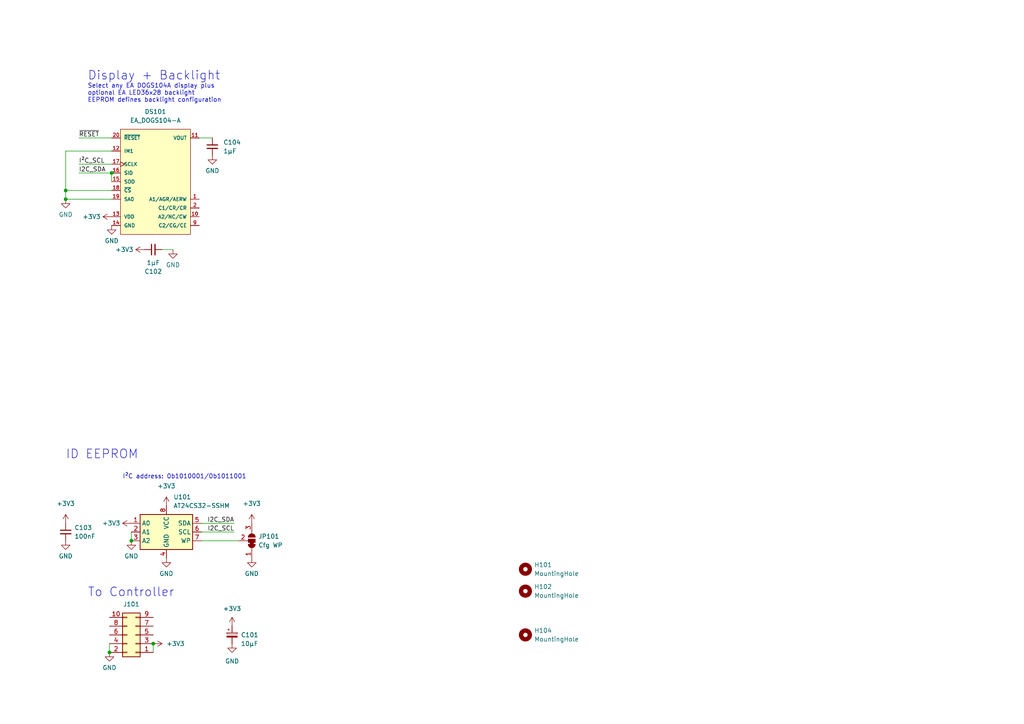
<source format=kicad_sch>
(kicad_sch (version 20211123) (generator eeschema)
  (paper "A4")
  (title_block (title "Programmable Load Bonus Display") (date "2022-04-25") (rev "1"))
  (lib_symbols
    (symbol "Connector_Generic:Conn_02x05_Odd_Even" (pin_names (offset 1.016) hide)
      (property "Reference" "J" (at 1.27 7.62 0))
      (property "Value" "Conn_02x05_Odd_Even" (at 1.27 -7.62 0))
      (symbol "Conn_02x05_Odd_Even_1_1"
        (rectangle (start -1.27 -4.953) (end 0 -5.207) (stroke (width 0.1524)))
        (rectangle (start -1.27 -2.413) (end 0 -2.667) (stroke (width 0.1524)))
        (rectangle (start -1.27 0.127) (end 0 -0.127) (stroke (width 0.1524)))
        (rectangle (start -1.27 2.667) (end 0 2.413) (stroke (width 0.1524)))
        (rectangle (start -1.27 5.207) (end 0 4.953) (stroke (width 0.1524)))
        (rectangle (start -1.27 6.35) (end 3.81 -6.35) (stroke (width 0.254)) (fill (type background)))
        (rectangle (start 3.81 -4.953) (end 2.54 -5.207) (stroke (width 0.1524)))
        (rectangle (start 3.81 -2.413) (end 2.54 -2.667) (stroke (width 0.1524)))
        (rectangle (start 3.81 0.127) (end 2.54 -0.127) (stroke (width 0.1524)))
        (rectangle (start 3.81 2.667) (end 2.54 2.413) (stroke (width 0.1524)))
        (rectangle (start 3.81 5.207) (end 2.54 4.953) (stroke (width 0.1524)))
        (pin passive line (at -5.08 5.08 0) (length 3.81) (name "Pin_1") (number "1"))
        (pin passive line (at 7.62 -5.08 180) (length 3.81) (name "Pin_10") (number "10"))
        (pin passive line (at 7.62 5.08 180) (length 3.81) (name "Pin_2") (number "2"))
        (pin passive line (at -5.08 2.54 0) (length 3.81) (name "Pin_3") (number "3"))
        (pin passive line (at 7.62 2.54 180) (length 3.81) (name "Pin_4") (number "4"))
        (pin passive line (at -5.08 0 0) (length 3.81) (name "Pin_5") (number "5"))
        (pin passive line (at 7.62 0 180) (length 3.81) (name "Pin_6") (number "6"))
        (pin passive line (at -5.08 -2.54 0) (length 3.81) (name "Pin_7") (number "7"))
        (pin passive line (at 7.62 -2.54 180) (length 3.81) (name "Pin_8") (number "8"))
        (pin passive line (at -5.08 -5.08 0) (length 3.81) (name "Pin_9") (number "9"))
      )
    )
    (symbol "Device:C_Polarized_Small" (pin_numbers hide) (pin_names (offset 0.254) hide)
      (property "Reference" "C" (at 0.254 1.778 0))
      (property "Value" "C_Polarized_Small" (at 0.254 -2.032 0))
      (symbol "C_Polarized_Small_0_1"
        (rectangle (start -1.524 -0.3048) (end 1.524 -0.6858) (fill (type outline)))
        (rectangle (start -1.524 0.6858) (end 1.524 0.3048))
        (polyline (pts (xy -1.27 1.524) (xy -0.762 1.524)))
        (polyline (pts (xy -1.016 1.27) (xy -1.016 1.778)))
      )
      (symbol "C_Polarized_Small_1_1"
        (pin passive line (at 0 2.54 270) (length 1.8542) (name "~") (number "1"))
        (pin passive line (at 0 -2.54 90) (length 1.8542) (name "~") (number "2"))
      )
    )
    (symbol "Device:C_Small" (pin_numbers hide) (pin_names (offset 0.254) hide)
      (property "Reference" "C" (at 0.254 1.778 0))
      (property "Value" "C_Small" (at 0.254 -2.032 0))
      (symbol "C_Small_0_1"
        (polyline (pts (xy -1.524 -0.508) (xy 1.524 -0.508)) (stroke (width 0.3302)))
        (polyline (pts (xy -1.524 0.508) (xy 1.524 0.508)) (stroke (width 0.3048)))
      )
      (symbol "C_Small_1_1"
        (pin passive line (at 0 2.54 270) (length 2.032) (name "~") (number "1"))
        (pin passive line (at 0 -2.54 90) (length 2.032) (name "~") (number "2"))
      )
    )
    (symbol "Jumper:SolderJumper_3_Bridged12" (pin_names (offset 0) hide)
      (property "Reference" "JP" (at -2.54 -2.54 0))
      (property "Value" "SolderJumper_3_Bridged12" (at 0 2.794 0))
      (symbol "SolderJumper_3_Bridged12_0_1"
        (rectangle (start -1.016 0.508) (end -0.508 -0.508) (fill (type outline)))
        (arc (start -1.016 1.016) (mid -2.032 0) (end -1.016 -1.016))
        (arc (start -1.016 1.016) (mid -2.032 0) (end -1.016 -1.016) (fill (type outline)))
        (rectangle (start -0.508 1.016) (end 0.508 -1.016) (fill (type outline)))
        (polyline (pts (xy -2.54 0) (xy -2.032 0)))
        (polyline (pts (xy -1.016 1.016) (xy -1.016 -1.016)))
        (polyline (pts (xy 0 -1.27) (xy 0 -1.016)))
        (polyline (pts (xy 1.016 1.016) (xy 1.016 -1.016)))
        (polyline (pts (xy 2.54 0) (xy 2.032 0)))
        (arc (start 1.016 -1.016) (mid 2.032 0) (end 1.016 1.016))
        (arc (start 1.016 -1.016) (mid 2.032 0) (end 1.016 1.016) (fill (type outline)))
      )
      (symbol "SolderJumper_3_Bridged12_1_1"
        (pin passive line (at -5.08 0 0) (length 2.54) (name "A") (number "1"))
        (pin passive line (at 0 -3.81 90) (length 2.54) (name "C") (number "2"))
        (pin passive line (at 5.08 0 180) (length 2.54) (name "B") (number "3"))
      )
    )
    (symbol "Mechanical:MountingHole" (pin_names (offset 1.016))
      (property "Reference" "H" (at 0 5.08 0))
      (property "Value" "MountingHole" (at 0 3.175 0))
      (symbol "MountingHole_0_1"
        (circle (center 0 0) (radius 1.27) (stroke (width 1.27)))
      )
    )
    (symbol "Memory_EEPROM:AT24CS32-SSHM"
      (property "Reference" "U" (at -7.62 6.35 0))
      (property "Value" "AT24CS32-SSHM" (at 2.54 -6.35 0))
      (symbol "AT24CS32-SSHM_1_1"
        (rectangle (start -7.62 5.08) (end 7.62 -5.08) (stroke (width 0.254)) (fill (type background)))
        (pin input line (at -10.16 2.54 0) (length 2.54) (name "A0") (number "1"))
        (pin input line (at -10.16 0 0) (length 2.54) (name "A1") (number "2"))
        (pin input line (at -10.16 -2.54 0) (length 2.54) (name "A2") (number "3"))
        (pin power_in line (at 0 -7.62 90) (length 2.54) (name "GND") (number "4"))
        (pin bidirectional line (at 10.16 2.54 180) (length 2.54) (name "SDA") (number "5"))
        (pin input line (at 10.16 0 180) (length 2.54) (name "SCL") (number "6"))
        (pin input line (at 10.16 -2.54 180) (length 2.54) (name "WP") (number "7"))
        (pin power_in line (at 0 7.62 270) (length 2.54) (name "VCC") (number "8"))
      )
    )
    (symbol "power:+3V3" (power) (pin_names (offset 0))
      (property "Value" "+3V3" (at 0 3.556 0))
      (symbol "+3V3_0_1"
        (polyline (pts (xy -0.762 1.27) (xy 0 2.54)))
        (polyline (pts (xy 0 0) (xy 0 2.54)))
        (polyline (pts (xy 0 2.54) (xy 0.762 1.27)))
      )
      (symbol "+3V3_1_1"
        (pin power_in line (at 0 0 90) (length 0) hide (name "+3V3") (number "1"))
      )
    )
    (symbol "power:GND" (power) (pin_names (offset 0))
      (property "Value" "GND" (at 0 -3.81 0))
      (symbol "GND_0_1"
        (polyline (pts (xy 0 0) (xy 0 -1.27) (xy 1.27 -1.27) (xy 0 -2.54) (xy -1.27 -1.27) (xy 0 -1.27)))
      )
      (symbol "GND_1_1"
        (pin power_in line (at 0 0 270) (length 0) hide (name "GND") (number "1"))
      )
    )
    (symbol "programmable-load:EA_DOGS104-A" (pin_names (offset 1.016))
      (property "Reference" "DS" (at 0 5.08 0))
      (property "Value" "EA_DOGS104-A" (at 0 7.62 0))
      (symbol "EA_DOGS104-A_1_1"
        (rectangle (start 5.08 2.54) (end 25.4 -27.94) (fill (type background)))
        (pin passive line (at 27.94 -17.78 180) (length 2.54) (name "A1/AGR/AERW") (number "1"))
        (pin passive line (at 27.94 -22.86 180) (length 2.54) (name "A2/NC/CW") (number "10"))
        (pin power_in line (at 27.94 0 180) (length 2.54) (name "VOUT") (number "11"))
        (pin passive line (at 2.54 -3.81 0) (length 2.54) (name "IM1") (number "12"))
        (pin power_in line (at 2.54 -22.86 0) (length 2.54) (name "VDD") (number "13"))
        (pin power_in line (at 2.54 -25.4 0) (length 2.54) (name "GND") (number "14"))
        (pin output line (at 2.54 -12.7 0) (length 2.54) (name "SOD") (number "15"))
        (pin input line (at 2.54 -10.16 0) (length 2.54) (name "SID") (number "16"))
        (pin input clock (at 2.54 -7.62 0) (length 2.54) (name "SCLK") (number "17"))
        (pin input line (at 2.54 -15.24 0) (length 2.54) (name "~{CS}") (number "18"))
        (pin input line (at 2.54 -17.78 0) (length 2.54) (name "SA0") (number "19"))
        (pin passive line (at 27.94 -20.32 180) (length 2.54) (name "C1/CR/CR") (number "2"))
        (pin input line (at 2.54 0 0) (length 2.54) (name "~{RESET}") (number "20"))
        (pin passive line (at 27.94 -25.4 180) (length 2.54) (name "C2/CG/CE") (number "9"))
      )
    )
  )
  (junction (at 19.05 57.785))
  (junction (at 38.1 156.845))
  (junction (at 32.385 50.165))
  (junction (at 31.75 189.23))
  (junction (at 19.05 55.245))
  (junction (at 44.45 186.69))
  (wire (pts (xy 44.45 186.69) (xy 44.45 189.23)))
  (wire (pts (xy 38.1 154.305) (xy 38.1 156.845)))
  (wire (pts (xy 22.86 40.005) (xy 32.385 40.005)))
  (wire (pts (xy 58.42 151.765) (xy 67.945 151.765)))
  (wire (pts (xy 19.05 43.815) (xy 19.05 55.245)))
  (wire (pts (xy 19.05 57.785) (xy 32.385 57.785)))
  (wire (pts (xy 22.86 47.625) (xy 32.385 47.625)))
  (wire (pts (xy 19.05 55.245) (xy 32.385 55.245)))
  (wire (pts (xy 32.385 50.165) (xy 32.385 52.705)))
  (wire (pts (xy 58.42 154.305) (xy 67.945 154.305)))
  (wire (pts (xy 58.42 156.845) (xy 69.215 156.845)))
  (wire (pts (xy 57.785 40.005) (xy 61.595 40.005)))
  (wire (pts (xy 46.99 72.39) (xy 50.165 72.39)))
  (wire (pts (xy 19.05 55.245) (xy 19.05 57.785)))
  (wire (pts (xy 31.75 186.69) (xy 31.75 189.23)))
  (wire (pts (xy 22.86 50.165) (xy 32.385 50.165)))
  (wire (pts (xy 19.05 43.815) (xy 32.385 43.815)))
  (text "ID EEPROM" (at 19.05 133.35 0) (effects (font (size 2.54 2.54)) (justify left bottom)))
  (text "Display + Backlight" (at 25.4 23.495 0) (effects (font (size 2.54 2.54)) (justify left bottom)))
  (text "Select any EA DOGS104A display plus\noptional EA LED36x28 backlight\nEEPROM defines backlight configuration" (at 25.4 29.845 0) (effects (font (size 1.27 1.27)) (justify left bottom)))
  (text "I²C address: 0b1010001/0b1011001" (at 35.56 139.065 0) (effects (font (size 1.27 1.27)) (justify left bottom)))
  (text "To Controller" (at 25.4 173.355 0) (effects (font (size 2.54 2.54)) (justify left bottom)))
  (label "I2C_SCL" (at 67.945 154.305 180))
  (label "I2C_SDA" (at 67.945 151.765 180))
  (label "I2C_SDA" (at 22.86 50.165 0))
  (label "~{RESET}" (at 22.86 40.005 0))
  (label "I²C_SCL" (at 22.86 47.625 0))
  (symbol (lib_id "power:+3V3") (at 73.025 151.765 0) (unit 1)
    (property "Reference" "#PWR0115" (effects hide))
    (property "Value" "+3V3" (at 73.025 146.05 0))
  )
  (symbol (lib_id "power:GND") (at 67.31 186.69 0) (unit 1)
    (property "Reference" "#PWR0106" (effects hide))
    (property "Value" "GND" (at 67.31 191.77 0))
  )
  (symbol (lib_id "power:GND") (at 50.165 72.39 0) (unit 1)
    (property "Reference" "#PWR0117" (effects hide))
    (property "Value" "GND" (at 50.165 76.835 0))
  )
  (symbol (lib_id "power:+3V3") (at 41.91 72.39 90) (unit 1)
    (property "Reference" "#PWR0116" (effects hide))
    (property "Value" "+3V3" (at 38.735 72.3899 90) (effects (justify left)))
  )
  (symbol (lib_id "Memory_EEPROM:AT24CS32-SSHM") (at 48.26 154.305 0) (unit 1)
    (property "Reference" "U101" (at 50.2794 144.145 0) (effects (justify left)))
    (property "Value" "AT24CS32-SSHM" (at 50.2794 146.685 0) (effects (justify left)))
    (property "Footprint" "Package_SO:SOIC-8_3.9x4.9mm_P1.27mm" (effects hide))
    (property "Datasheet" "http://ww1.microchip.com/downloads/en/DeviceDoc/Atmel-8869-SEEPROM-AT24CS32-Datasheet.pdf" (effects hide))
  )
  (symbol (lib_id "Device:C_Polarized_Small") (at 67.31 184.15 0) (unit 1)
    (property "Reference" "C101" (at 69.85 184.15 0) (effects (justify left)))
    (property "Value" "10µF" (at 69.85 186.69 0) (effects (justify left)))
    (property "Footprint" "Capacitor_Tantalum_SMD:CP_EIA-3216-18_Kemet-A_Pad1.58x1.35mm_HandSolder" (effects hide))
    (property "MPN" "TAJA106K016RNJ" (effects hide))
  )
  (symbol (lib_id "power:+3V3") (at 19.05 151.765 0) (unit 1)
    (property "Reference" "#PWR0108" (effects hide))
    (property "Value" "+3V3" (at 19.05 146.05 0))
  )
  (symbol (lib_id "power:+3V3") (at 32.385 62.865 90) (unit 1)
    (property "Reference" "#PWR0104" (effects hide))
    (property "Value" "+3V3" (at 29.21 62.8649 90) (effects (justify left)))
  )
  (symbol (lib_id "programmable-load:EA_DOGS104-A") (at 29.845 40.005 0) (unit 1)
    (property "Reference" "DS101" (at 45.085 32.385 0))
    (property "Value" "EA_DOGS104-A" (at 45.085 34.925 0))
    (property "Footprint" "programmable-load:Display_Visions-EA_DOGS104-A-BACKLIGHT-SOCKET" (effects hide))
    (property "Datasheet" "https://www.lcd-module.de/fileadmin/html-seiten/eng/pdf/doma/dogs104e.pdf" (effects hide))
    (property "height" "4.6mm" (effects hide))
    (property "standoff height" "1.5mm" (effects hide))
    (property "viewing angle" "180°" (effects hide))
    (property "MPN" "EA DOGS104W-A" (effects hide))
  )
  (symbol (lib_id "Connector_Generic:Conn_02x05_Odd_Even") (at 39.37 184.15 180) (unit 1)
    (property "Reference" "J101" (at 38.1 175.26 0))
    (property "Value" "Conn_02x05_Odd_Even" (effects hide))
    (property "Footprint" "Connector_PinHeader_1.27mm:PinHeader_2x05_P1.27mm_Vertical_SMD" (effects hide))
  )
  (symbol (lib_id "power:GND") (at 19.05 57.785 0) (unit 1)
    (property "Reference" "#PWR0107" (effects hide))
    (property "Value" "GND" (at 19.05 62.23 0))
  )
  (symbol (lib_id "power:+3V3") (at 48.26 146.685 0) (unit 1)
    (property "Reference" "#PWR0112" (effects hide))
    (property "Value" "+3V3" (at 48.26 140.97 0))
  )
  (symbol (lib_id "power:+3V3") (at 38.1 151.765 90) (unit 1)
    (property "Reference" "#PWR0110" (effects hide))
    (property "Value" "+3V3" (at 34.925 151.765 90) (effects (justify left)))
  )
  (symbol (lib_id "Jumper:SolderJumper_3_Bridged12") (at 73.025 156.845 270) (mirror x) (unit 1)
    (property "Reference" "JP101" (at 74.93 155.5749 90) (effects (justify left)))
    (property "Value" "Cfg WP" (at 74.93 158.1149 90) (effects (justify left)))
    (property "Footprint" "Jumper:SolderJumper-3_P1.3mm_Bridged12_RoundedPad1.0x1.5mm_NumberLabels" (effects hide))
  )
  (symbol (lib_id "power:GND") (at 61.595 45.085 0) (unit 1)
    (property "Reference" "#PWR0118" (effects hide))
    (property "Value" "GND" (at 61.595 49.53 0))
  )
  (symbol (lib_id "power:+3V3") (at 44.45 186.69 270) (unit 1)
    (property "Reference" "#PWR0102" (effects hide))
    (property "Value" "+3V3" (at 48.26 186.6899 90) (effects (justify left)))
  )
  (symbol (lib_id "Mechanical:MountingHole") (at 152.4 165.1 0) (unit 1)
    (property "Reference" "H101" (at 154.94 163.8299 0) (effects (justify left)))
    (property "Value" "MountingHole" (at 154.94 166.3699 0) (effects (justify left)))
    (property "Footprint" "MountingHole:MountingHole_2.7mm_M2.5" (effects hide))
  )
  (symbol (lib_id "power:+3V3") (at 67.31 181.61 0) (unit 1)
    (property "Reference" "#PWR0105" (effects hide))
    (property "Value" "+3V3" (at 67.31 176.53 0))
  )
  (symbol (lib_id "power:GND") (at 48.26 161.925 0) (unit 1)
    (property "Reference" "#PWR0113" (effects hide))
    (property "Value" "GND" (at 48.26 166.37 0))
  )
  (symbol (lib_id "power:GND") (at 19.05 156.845 0) (unit 1)
    (property "Reference" "#PWR0109" (effects hide))
    (property "Value" "GND" (at 19.05 161.29 0))
  )
  (symbol (lib_id "power:GND") (at 38.1 156.845 0) (unit 1)
    (property "Reference" "#PWR0111" (effects hide))
    (property "Value" "GND" (at 38.1 161.29 0))
  )
  (symbol (lib_id "Mechanical:MountingHole") (at 152.4 184.15 0) (unit 1)
    (property "Reference" "H104" (at 154.94 182.8799 0) (effects (justify left)))
    (property "Value" "MountingHole" (at 154.94 185.4199 0) (effects (justify left)))
    (property "Footprint" "MountingHole:MountingHole_2.7mm_M2.5" (effects hide))
  )
  (symbol (lib_id "Mechanical:MountingHole") (at 152.4 171.45 0) (unit 1)
    (property "Reference" "H102" (at 154.94 170.1799 0) (effects (justify left)))
    (property "Value" "MountingHole" (at 154.94 172.7199 0) (effects (justify left)))
    (property "Footprint" "MountingHole:MountingHole_2.7mm_M2.5" (effects hide))
  )
  (symbol (lib_id "power:GND") (at 31.75 189.23 0) (unit 1)
    (property "Reference" "#PWR0101" (effects hide))
    (property "Value" "GND" (at 31.75 193.675 0))
  )
  (symbol (lib_id "power:GND") (at 32.385 65.405 0) (unit 1)
    (property "Reference" "#PWR0103" (effects hide))
    (property "Value" "GND" (at 32.385 69.85 0))
  )
  (symbol (lib_id "Device:C_Small") (at 19.05 154.305 0) (unit 1)
    (property "Reference" "C103" (at 21.59 153.0412 0) (effects (justify left)))
    (property "Value" "100nF" (at 21.59 155.5812 0) (effects (justify left)))
    (property "Footprint" "Capacitor_SMD:C_0805_2012Metric_Pad1.18x1.45mm_HandSolder" (effects hide))
  )
  (symbol (lib_id "Device:C_Small") (at 44.45 72.39 90) (mirror x) (unit 1)
    (property "Reference" "C102" (at 44.4563 78.74 90))
    (property "Value" "1µF" (at 44.4563 76.2 90))
    (property "Footprint" "Capacitor_SMD:C_0805_2012Metric_Pad1.18x1.45mm_HandSolder" (effects hide))
    (property "MPN" "CL21B105KBFNNNG" (effects hide))
  )
  (symbol (lib_id "Device:C_Small") (at 61.595 42.545 0) (mirror y) (unit 1)
    (property "Reference" "C104" (at 64.77 41.2812 0) (effects (justify right)))
    (property "Value" "1µF" (at 64.77 43.8212 0) (effects (justify right)))
    (property "Footprint" "Capacitor_SMD:C_0805_2012Metric_Pad1.18x1.45mm_HandSolder" (effects hide))
    (property "MPN" "CL21B105KBFNNNG" (effects hide))
  )
  (symbol (lib_id "power:GND") (at 73.025 161.925 0) (unit 1)
    (property "Reference" "#PWR0114" (effects hide))
    (property "Value" "GND" (at 73.025 166.37 0))
  )
)
</source>
